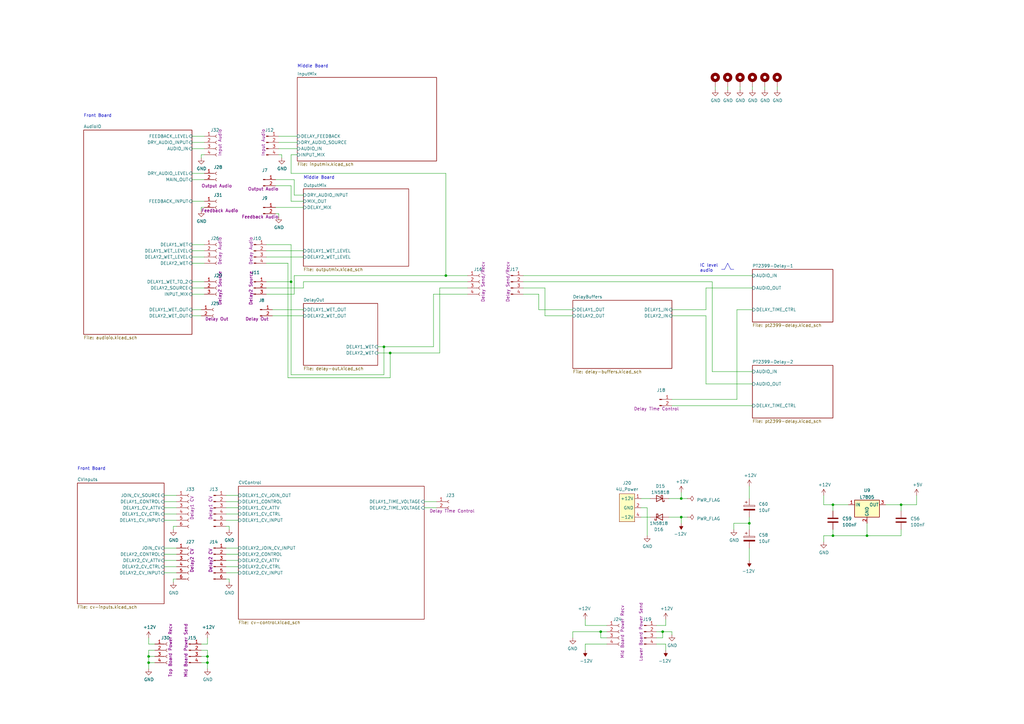
<source format=kicad_sch>
(kicad_sch (version 20230121) (generator eeschema)
  (paper "A3")
  (title_block (title "Dual Digi Delay") (date "2022-03-04") (rev "v05") (comment 2 "creativecommons.org/licenses/by/4.0/") (comment 3 "License: CC BY 4.0") (comment 4 "Author: Guy John"))
  (lib_symbols
    (symbol "4U_Power:4U_Power"
      (property "Reference" "J" (at 0 6.985 0))
      (property "Value" "4U_Power" (at 0 -6.985 0))
      (symbol "4U_Power_0_1"
        (rectangle (start -2.54 5.715) (end 3.81 -5.715) (stroke (width 0.1524)) (fill (type background)))
      )
      (symbol "4U_Power_1_1"
        (pin power_out line (at 6.35 3.81 180) (length 2.54) (name "+12V") (number "1"))
        (pin power_out line (at 6.35 0 180) (length 2.54) (name "GND") (number "2"))
        (pin passive line (at 6.35 0 180) (length 2.54) hide (name "GND") (number "3"))
        (pin power_out line (at 6.35 -3.81 180) (length 2.54) (name "-12V") (number "4"))
      )
    )
    (symbol "Connector:Conn_01x02_Pin" (pin_names (offset 1.016) hide)
      (property "Reference" "J" (at 0 2.54 0))
      (property "Value" "Conn_01x02_Pin" (at 0 -5.08 0))
      (symbol "Conn_01x02_Pin_1_1"
        (polyline (pts (xy 1.27 -2.54) (xy 0.8636 -2.54)) (stroke (width 0.1524)))
        (polyline (pts (xy 1.27 0) (xy 0.8636 0)) (stroke (width 0.1524)))
        (rectangle (start 0.8636 -2.413) (end 0 -2.667) (stroke (width 0.1524)) (fill (type outline)))
        (rectangle (start 0.8636 0.127) (end 0 -0.127) (stroke (width 0.1524)) (fill (type outline)))
        (pin passive line (at 5.08 0 180) (length 3.81) (name "Pin_1") (number "1"))
        (pin passive line (at 5.08 -2.54 180) (length 3.81) (name "Pin_2") (number "2"))
      )
    )
    (symbol "Connector:Conn_01x02_Socket" (pin_names (offset 1.016) hide)
      (property "Reference" "J" (at 0 2.54 0))
      (property "Value" "Conn_01x02_Socket" (at 0 -5.08 0))
      (symbol "Conn_01x02_Socket_1_1"
        (arc (start 0 -2.032) (mid -0.5058 -2.54) (end 0 -3.048) (stroke (width 0.1524)))
        (polyline (pts (xy -1.27 -2.54) (xy -0.508 -2.54)) (stroke (width 0.1524)))
        (polyline (pts (xy -1.27 0) (xy -0.508 0)) (stroke (width 0.1524)))
        (arc (start 0 0.508) (mid -0.5058 0) (end 0 -0.508) (stroke (width 0.1524)))
        (pin passive line (at -5.08 0 0) (length 3.81) (name "Pin_1") (number "1"))
        (pin passive line (at -5.08 -2.54 0) (length 3.81) (name "Pin_2") (number "2"))
      )
    )
    (symbol "Connector:Conn_01x03_Pin" (pin_names (offset 1.016) hide)
      (property "Reference" "J" (at 0 5.08 0))
      (property "Value" "Conn_01x03_Pin" (at 0 -5.08 0))
      (symbol "Conn_01x03_Pin_1_1"
        (polyline (pts (xy 1.27 -2.54) (xy 0.8636 -2.54)) (stroke (width 0.1524)))
        (polyline (pts (xy 1.27 0) (xy 0.8636 0)) (stroke (width 0.1524)))
        (polyline (pts (xy 1.27 2.54) (xy 0.8636 2.54)) (stroke (width 0.1524)))
        (rectangle (start 0.8636 -2.413) (end 0 -2.667) (stroke (width 0.1524)) (fill (type outline)))
        (rectangle (start 0.8636 0.127) (end 0 -0.127) (stroke (width 0.1524)) (fill (type outline)))
        (rectangle (start 0.8636 2.667) (end 0 2.413) (stroke (width 0.1524)) (fill (type outline)))
        (pin passive line (at 5.08 2.54 180) (length 3.81) (name "Pin_1") (number "1"))
        (pin passive line (at 5.08 0 180) (length 3.81) (name "Pin_2") (number "2"))
        (pin passive line (at 5.08 -2.54 180) (length 3.81) (name "Pin_3") (number "3"))
      )
    )
    (symbol "Connector:Conn_01x03_Socket" (pin_names (offset 1.016) hide)
      (property "Reference" "J" (at 0 5.08 0))
      (property "Value" "Conn_01x03_Socket" (at 0 -5.08 0))
      (symbol "Conn_01x03_Socket_1_1"
        (arc (start 0 -2.032) (mid -0.5058 -2.54) (end 0 -3.048) (stroke (width 0.1524)))
        (polyline (pts (xy -1.27 -2.54) (xy -0.508 -2.54)) (stroke (width 0.1524)))
        (polyline (pts (xy -1.27 0) (xy -0.508 0)) (stroke (width 0.1524)))
        (polyline (pts (xy -1.27 2.54) (xy -0.508 2.54)) (stroke (width 0.1524)))
        (arc (start 0 0.508) (mid -0.5058 0) (end 0 -0.508) (stroke (width 0.1524)))
        (arc (start 0 3.048) (mid -0.5058 2.54) (end 0 2.032) (stroke (width 0.1524)))
        (pin passive line (at -5.08 2.54 0) (length 3.81) (name "Pin_1") (number "1"))
        (pin passive line (at -5.08 0 0) (length 3.81) (name "Pin_2") (number "2"))
        (pin passive line (at -5.08 -2.54 0) (length 3.81) (name "Pin_3") (number "3"))
      )
    )
    (symbol "Connector:Conn_01x04_Pin" (pin_names (offset 1.016) hide)
      (property "Reference" "J" (at 0 5.08 0))
      (property "Value" "Conn_01x04_Pin" (at 0 -7.62 0))
      (symbol "Conn_01x04_Pin_1_1"
        (polyline (pts (xy 1.27 -5.08) (xy 0.8636 -5.08)) (stroke (width 0.1524)))
        (polyline (pts (xy 1.27 -2.54) (xy 0.8636 -2.54)) (stroke (width 0.1524)))
        (polyline (pts (xy 1.27 0) (xy 0.8636 0)) (stroke (width 0.1524)))
        (polyline (pts (xy 1.27 2.54) (xy 0.8636 2.54)) (stroke (width 0.1524)))
        (rectangle (start 0.8636 -4.953) (end 0 -5.207) (stroke (width 0.1524)) (fill (type outline)))
        (rectangle (start 0.8636 -2.413) (end 0 -2.667) (stroke (width 0.1524)) (fill (type outline)))
        (rectangle (start 0.8636 0.127) (end 0 -0.127) (stroke (width 0.1524)) (fill (type outline)))
        (rectangle (start 0.8636 2.667) (end 0 2.413) (stroke (width 0.1524)) (fill (type outline)))
        (pin passive line (at 5.08 2.54 180) (length 3.81) (name "Pin_1") (number "1"))
        (pin passive line (at 5.08 0 180) (length 3.81) (name "Pin_2") (number "2"))
        (pin passive line (at 5.08 -2.54 180) (length 3.81) (name "Pin_3") (number "3"))
        (pin passive line (at 5.08 -5.08 180) (length 3.81) (name "Pin_4") (number "4"))
      )
    )
    (symbol "Connector:Conn_01x04_Socket" (pin_names (offset 1.016) hide)
      (property "Reference" "J" (at 0 5.08 0))
      (property "Value" "Conn_01x04_Socket" (at 0 -7.62 0))
      (symbol "Conn_01x04_Socket_1_1"
        (arc (start 0 -4.572) (mid -0.5058 -5.08) (end 0 -5.588) (stroke (width 0.1524)))
        (arc (start 0 -2.032) (mid -0.5058 -2.54) (end 0 -3.048) (stroke (width 0.1524)))
        (polyline (pts (xy -1.27 -5.08) (xy -0.508 -5.08)) (stroke (width 0.1524)))
        (polyline (pts (xy -1.27 -2.54) (xy -0.508 -2.54)) (stroke (width 0.1524)))
        (polyline (pts (xy -1.27 0) (xy -0.508 0)) (stroke (width 0.1524)))
        (polyline (pts (xy -1.27 2.54) (xy -0.508 2.54)) (stroke (width 0.1524)))
        (arc (start 0 0.508) (mid -0.5058 0) (end 0 -0.508) (stroke (width 0.1524)))
        (arc (start 0 3.048) (mid -0.5058 2.54) (end 0 2.032) (stroke (width 0.1524)))
        (pin passive line (at -5.08 2.54 0) (length 3.81) (name "Pin_1") (number "1"))
        (pin passive line (at -5.08 0 0) (length 3.81) (name "Pin_2") (number "2"))
        (pin passive line (at -5.08 -2.54 0) (length 3.81) (name "Pin_3") (number "3"))
        (pin passive line (at -5.08 -5.08 0) (length 3.81) (name "Pin_4") (number "4"))
      )
    )
    (symbol "Connector:Conn_01x06_Pin" (pin_names (offset 1.016) hide)
      (property "Reference" "J" (at 0 7.62 0))
      (property "Value" "Conn_01x06_Pin" (at 0 -10.16 0))
      (symbol "Conn_01x06_Pin_1_1"
        (polyline (pts (xy 1.27 -7.62) (xy 0.8636 -7.62)) (stroke (width 0.1524)))
        (polyline (pts (xy 1.27 -5.08) (xy 0.8636 -5.08)) (stroke (width 0.1524)))
        (polyline (pts (xy 1.27 -2.54) (xy 0.8636 -2.54)) (stroke (width 0.1524)))
        (polyline (pts (xy 1.27 0) (xy 0.8636 0)) (stroke (width 0.1524)))
        (polyline (pts (xy 1.27 2.54) (xy 0.8636 2.54)) (stroke (width 0.1524)))
        (polyline (pts (xy 1.27 5.08) (xy 0.8636 5.08)) (stroke (width 0.1524)))
        (rectangle (start 0.8636 -7.493) (end 0 -7.747) (stroke (width 0.1524)) (fill (type outline)))
        (rectangle (start 0.8636 -4.953) (end 0 -5.207) (stroke (width 0.1524)) (fill (type outline)))
        (rectangle (start 0.8636 -2.413) (end 0 -2.667) (stroke (width 0.1524)) (fill (type outline)))
        (rectangle (start 0.8636 0.127) (end 0 -0.127) (stroke (width 0.1524)) (fill (type outline)))
        (rectangle (start 0.8636 2.667) (end 0 2.413) (stroke (width 0.1524)) (fill (type outline)))
        (rectangle (start 0.8636 5.207) (end 0 4.953) (stroke (width 0.1524)) (fill (type outline)))
        (pin passive line (at 5.08 5.08 180) (length 3.81) (name "Pin_1") (number "1"))
        (pin passive line (at 5.08 2.54 180) (length 3.81) (name "Pin_2") (number "2"))
        (pin passive line (at 5.08 0 180) (length 3.81) (name "Pin_3") (number "3"))
        (pin passive line (at 5.08 -2.54 180) (length 3.81) (name "Pin_4") (number "4"))
        (pin passive line (at 5.08 -5.08 180) (length 3.81) (name "Pin_5") (number "5"))
        (pin passive line (at 5.08 -7.62 180) (length 3.81) (name "Pin_6") (number "6"))
      )
    )
    (symbol "Connector:Conn_01x06_Socket" (pin_names (offset 1.016) hide)
      (property "Reference" "J" (at 0 7.62 0))
      (property "Value" "Conn_01x06_Socket" (at 0 -10.16 0))
      (symbol "Conn_01x06_Socket_1_1"
        (arc (start 0 -7.112) (mid -0.5058 -7.62) (end 0 -8.128) (stroke (width 0.1524)))
        (arc (start 0 -4.572) (mid -0.5058 -5.08) (end 0 -5.588) (stroke (width 0.1524)))
        (arc (start 0 -2.032) (mid -0.5058 -2.54) (end 0 -3.048) (stroke (width 0.1524)))
        (polyline (pts (xy -1.27 -7.62) (xy -0.508 -7.62)) (stroke (width 0.1524)))
        (polyline (pts (xy -1.27 -5.08) (xy -0.508 -5.08)) (stroke (width 0.1524)))
        (polyline (pts (xy -1.27 -2.54) (xy -0.508 -2.54)) (stroke (width 0.1524)))
        (polyline (pts (xy -1.27 0) (xy -0.508 0)) (stroke (width 0.1524)))
        (polyline (pts (xy -1.27 2.54) (xy -0.508 2.54)) (stroke (width 0.1524)))
        (polyline (pts (xy -1.27 5.08) (xy -0.508 5.08)) (stroke (width 0.1524)))
        (arc (start 0 0.508) (mid -0.5058 0) (end 0 -0.508) (stroke (width 0.1524)))
        (arc (start 0 3.048) (mid -0.5058 2.54) (end 0 2.032) (stroke (width 0.1524)))
        (arc (start 0 5.588) (mid -0.5058 5.08) (end 0 4.572) (stroke (width 0.1524)))
        (pin passive line (at -5.08 5.08 0) (length 3.81) (name "Pin_1") (number "1"))
        (pin passive line (at -5.08 2.54 0) (length 3.81) (name "Pin_2") (number "2"))
        (pin passive line (at -5.08 0 0) (length 3.81) (name "Pin_3") (number "3"))
        (pin passive line (at -5.08 -2.54 0) (length 3.81) (name "Pin_4") (number "4"))
        (pin passive line (at -5.08 -5.08 0) (length 3.81) (name "Pin_5") (number "5"))
        (pin passive line (at -5.08 -7.62 0) (length 3.81) (name "Pin_6") (number "6"))
      )
    )
    (symbol "Device:D_Schottky" (pin_numbers hide) (pin_names (offset 1.016) hide)
      (property "Reference" "D" (at 0 2.54 0))
      (property "Value" "D_Schottky" (at 0 -2.54 0))
      (symbol "D_Schottky_0_1"
        (polyline (pts (xy 1.27 0) (xy -1.27 0)))
        (polyline (pts (xy 1.27 1.27) (xy 1.27 -1.27) (xy -1.27 0) (xy 1.27 1.27)) (stroke (width 0.254)))
        (polyline (pts (xy -1.905 0.635) (xy -1.905 1.27) (xy -1.27 1.27) (xy -1.27 -1.27) (xy -0.635 -1.27) (xy -0.635 -0.635)) (stroke (width 0.254)))
      )
      (symbol "D_Schottky_1_1"
        (pin passive line (at -3.81 0 0) (length 2.54) (name "K") (number "1"))
        (pin passive line (at 3.81 0 180) (length 2.54) (name "A") (number "2"))
      )
    )
    (symbol "Mechanical:MountingHole_Pad" (pin_numbers hide) (pin_names (offset 1.016) hide)
      (property "Reference" "H" (at 0 6.35 0))
      (property "Value" "MountingHole_Pad" (at 0 4.445 0))
      (symbol "MountingHole_Pad_0_1"
        (circle (center 0 1.27) (radius 1.27) (stroke (width 1.27)))
      )
      (symbol "MountingHole_Pad_1_1"
        (pin input line (at 0 -2.54 90) (length 2.54) (name "1") (number "1"))
      )
    )
    (symbol "Regulator_Linear:L7805" (pin_names (offset 0.254))
      (property "Reference" "U" (at -3.81 3.175 0))
      (property "Value" "L7805" (at 0 3.175 0))
      (symbol "L7805_0_1"
        (rectangle (start -5.08 1.905) (end 5.08 -5.08) (stroke (width 0.254)) (fill (type background)))
      )
      (symbol "L7805_1_1"
        (pin power_in line (at -7.62 0 0) (length 2.54) (name "IN") (number "1"))
        (pin power_in line (at 0 -7.62 90) (length 2.54) (name "GND") (number "2"))
        (pin power_out line (at 7.62 0 180) (length 2.54) (name "OUT") (number "3"))
      )
    )
    (symbol "Rumblesan Standard Parts:C" (pin_numbers hide) (pin_names (offset 0.254) hide)
      (property "Reference" "C?" (at -6.35 0 90))
      (property "Value" "C" (at -3.81 0 90))
      (symbol "C_0_1"
        (polyline (pts (xy -2.032 -0.762) (xy 2.032 -0.762)) (stroke (width 0.508)))
        (polyline (pts (xy -2.032 0.762) (xy 2.032 0.762)) (stroke (width 0.508)))
      )
      (symbol "C_1_1"
        (pin passive line (at 0 3.81 270) (length 2.794) (name "~") (number "1"))
        (pin passive line (at 0 -3.81 90) (length 2.794) (name "~") (number "2"))
      )
    )
    (symbol "Rumblesan Standard Parts:C_Polarized" (pin_numbers hide) (pin_names (offset 0.254) hide)
      (property "Reference" "C?" (at -6.35 0 90))
      (property "Value" "C_Polarized" (at -3.81 0 90))
      (symbol "C_Polarized_0_1"
        (rectangle (start -2.286 0.508) (end 2.286 1.016))
        (polyline (pts (xy -1.778 2.286) (xy -0.762 2.286)))
        (polyline (pts (xy -1.27 2.794) (xy -1.27 1.778)))
        (rectangle (start 2.286 -0.508) (end -2.286 -1.016) (fill (type outline)))
      )
      (symbol "C_Polarized_1_1"
        (pin passive line (at 0 3.81 270) (length 2.794) (name "~") (number "1"))
        (pin passive line (at 0 -3.81 90) (length 2.794) (name "~") (number "2"))
      )
    )
    (symbol "power:+12V" (power) (pin_names (offset 0))
      (property "Value" "+12V" (at 0 3.556 0))
      (symbol "+12V_0_1"
        (polyline (pts (xy -0.762 1.27) (xy 0 2.54)))
        (polyline (pts (xy 0 0) (xy 0 2.54)))
        (polyline (pts (xy 0 2.54) (xy 0.762 1.27)))
      )
      (symbol "+12V_1_1"
        (pin power_in line (at 0 0 90) (length 0) hide (name "+12V") (number "1"))
      )
    )
    (symbol "power:+5V" (power) (pin_names (offset 0))
      (property "Value" "+5V" (at 0 3.556 0))
      (symbol "+5V_0_1"
        (polyline (pts (xy -0.762 1.27) (xy 0 2.54)))
        (polyline (pts (xy 0 0) (xy 0 2.54)))
        (polyline (pts (xy 0 2.54) (xy 0.762 1.27)))
      )
      (symbol "+5V_1_1"
        (pin power_in line (at 0 0 90) (length 0) hide (name "+5V") (number "1"))
      )
    )
    (symbol "power:-12V" (power) (pin_names (offset 0))
      (property "Value" "-12V" (at 0 3.81 0))
      (symbol "-12V_0_0"
        (pin power_in line (at 0 0 90) (length 0) hide (name "-12V") (number "1"))
      )
      (symbol "-12V_0_1"
        (polyline (pts (xy 0 0) (xy 0 1.27) (xy 0.762 1.27) (xy 0 2.54) (xy -0.762 1.27) (xy 0 1.27)) (fill (type outline)))
      )
    )
    (symbol "power:GND" (power) (pin_names (offset 0))
      (property "Value" "GND" (at 0 -3.81 0))
      (symbol "GND_0_1"
        (polyline (pts (xy 0 0) (xy 0 -1.27) (xy 1.27 -1.27) (xy 0 -2.54) (xy -1.27 -1.27) (xy 0 -1.27)))
      )
      (symbol "GND_1_1"
        (pin power_in line (at 0 0 270) (length 0) hide (name "GND") (number "1"))
      )
    )
    (symbol "power:PWR_FLAG" (power) (pin_numbers hide) (pin_names (offset 0) hide)
      (property "Value" "PWR_FLAG" (at 0 3.81 0))
      (symbol "PWR_FLAG_0_0"
        (pin power_out line (at 0 0 90) (length 0) (name "pwr") (number "1"))
      )
      (symbol "PWR_FLAG_0_1"
        (polyline (pts (xy 0 0) (xy 0 1.27) (xy -1.016 1.905) (xy 0 2.54) (xy 1.016 1.905) (xy 0 1.27)))
      )
    )
  )
  (junction (at 160.02 144.78))
  (junction (at 355.6 219.71))
  (junction (at 341.63 219.71))
  (junction (at 369.57 207.01))
  (junction (at 182.88 113.03))
  (junction (at 279.4 204.47))
  (junction (at 85.09 271.78))
  (junction (at 60.96 271.78))
  (junction (at 157.48 142.24))
  (junction (at 85.09 269.24))
  (junction (at 341.63 207.01))
  (junction (at 279.4 212.09))
  (junction (at 271.78 259.08))
  (junction (at 307.34 214.63))
  (junction (at 119.38 115.57))
  (junction (at 246.38 259.08))
  (junction (at 60.96 269.24))
  (wire (pts (xy 271.78 259.08) (xy 275.59 259.08)))
  (wire (pts (xy 341.63 207.01) (xy 337.82 207.01)))
  (wire (pts (xy 124.46 127) (xy 111.76 127)))
  (wire (pts (xy 85.09 264.16) (xy 85.09 261.62)))
  (wire (pts (xy 83.82 115.57) (xy 78.74 115.57)))
  (wire (pts (xy 341.63 207.01) (xy 341.63 209.55)))
  (wire (pts (xy 119.38 71.12) (xy 182.88 71.12)))
  (wire (pts (xy 121.92 63.5) (xy 119.38 63.5)))
  (wire (pts (xy 72.39 213.36) (xy 67.31 213.36)))
  (wire (pts (xy 115.57 63.5) (xy 115.57 64.77)))
  (wire (pts (xy 273.05 264.16) (xy 273.05 266.7)))
  (wire (pts (xy 82.55 264.16) (xy 85.09 264.16)))
  (wire (pts (xy 289.56 157.48) (xy 308.61 157.48)))
  (wire (pts (xy 115.57 63.5) (xy 114.3 63.5)))
  (wire (pts (xy 177.8 120.65) (xy 177.8 142.24)))
  (wire (pts (xy 214.63 115.57) (xy 292.1 115.57)))
  (wire (pts (xy 109.22 115.57) (xy 119.38 115.57)))
  (wire (pts (xy 292.1 152.4) (xy 308.61 152.4)))
  (polyline (pts (xy 299.72 110.49) (xy 300.99 110.49)))
  (wire (pts (xy 337.82 219.71) (xy 341.63 219.71)))
  (wire (pts (xy 67.31 205.74) (xy 72.39 205.74)))
  (wire (pts (xy 71.12 215.9) (xy 72.39 215.9)))
  (polyline (pts (xy 297.18 110.49) (xy 298.45 107.95)))
  (wire (pts (xy 109.22 100.33) (xy 119.38 100.33)))
  (wire (pts (xy 240.03 256.54) (xy 240.03 254)))
  (wire (pts (xy 72.39 234.95) (xy 67.31 234.95)))
  (wire (pts (xy 313.69 36.83) (xy 313.69 35.56)))
  (wire (pts (xy 337.82 203.2) (xy 337.82 207.01)))
  (wire (pts (xy 182.88 113.03) (xy 191.77 113.03)))
  (wire (pts (xy 124.46 115.57) (xy 191.77 115.57)))
  (wire (pts (xy 113.03 76.2) (xy 119.38 76.2)))
  (wire (pts (xy 92.71 210.82) (xy 97.79 210.82)))
  (wire (pts (xy 83.82 58.42) (xy 78.74 58.42)))
  (wire (pts (xy 223.52 129.54) (xy 234.95 129.54)))
  (wire (pts (xy 214.63 118.11) (xy 223.52 118.11)))
  (wire (pts (xy 60.96 264.16) (xy 60.96 261.62)))
  (polyline (pts (xy 295.91 110.49) (xy 297.18 110.49)))
  (wire (pts (xy 279.4 212.09) (xy 281.94 212.09)))
  (wire (pts (xy 375.92 203.2) (xy 375.92 207.01)))
  (wire (pts (xy 114.3 55.88) (xy 121.92 55.88)))
  (wire (pts (xy 307.34 214.63) (xy 307.34 217.17)))
  (wire (pts (xy 279.4 204.47) (xy 279.4 201.93)))
  (wire (pts (xy 63.5 269.24) (xy 60.96 269.24)))
  (wire (pts (xy 60.96 266.7) (xy 60.96 269.24)))
  (wire (pts (xy 60.96 269.24) (xy 60.96 271.78)))
  (wire (pts (xy 119.38 100.33) (xy 119.38 115.57)))
  (wire (pts (xy 302.26 127) (xy 302.26 163.83)))
  (wire (pts (xy 92.71 232.41) (xy 97.79 232.41)))
  (wire (pts (xy 246.38 261.62) (xy 246.38 259.08)))
  (wire (pts (xy 118.11 107.95) (xy 118.11 154.94)))
  (wire (pts (xy 78.74 71.12) (xy 83.82 71.12)))
  (wire (pts (xy 92.71 234.95) (xy 97.79 234.95)))
  (wire (pts (xy 119.38 76.2) (xy 119.38 82.55)))
  (wire (pts (xy 318.77 36.83) (xy 318.77 35.56)))
  (wire (pts (xy 67.31 203.2) (xy 72.39 203.2)))
  (wire (pts (xy 289.56 127) (xy 275.59 127)))
  (wire (pts (xy 114.3 60.96) (xy 121.92 60.96)))
  (wire (pts (xy 182.88 71.12) (xy 182.88 113.03)))
  (wire (pts (xy 248.92 261.62) (xy 246.38 261.62)))
  (wire (pts (xy 92.71 203.2) (xy 97.79 203.2)))
  (wire (pts (xy 223.52 118.11) (xy 223.52 129.54)))
  (wire (pts (xy 289.56 129.54) (xy 275.59 129.54)))
  (wire (pts (xy 262.89 212.09) (xy 266.7 212.09)))
  (wire (pts (xy 234.95 259.08) (xy 234.95 261.62)))
  (wire (pts (xy 302.26 163.83) (xy 275.59 163.83)))
  (wire (pts (xy 341.63 219.71) (xy 341.63 217.17)))
  (wire (pts (xy 67.31 232.41) (xy 72.39 232.41)))
  (wire (pts (xy 273.05 256.54) (xy 273.05 254)))
  (wire (pts (xy 246.38 259.08) (xy 248.92 259.08)))
  (wire (pts (xy 347.98 207.01) (xy 341.63 207.01)))
  (wire (pts (xy 109.22 107.95) (xy 118.11 107.95)))
  (wire (pts (xy 92.71 227.33) (xy 97.79 227.33)))
  (wire (pts (xy 293.37 36.83) (xy 293.37 35.56)))
  (wire (pts (xy 78.74 102.87) (xy 83.82 102.87)))
  (wire (pts (xy 234.95 259.08) (xy 246.38 259.08)))
  (wire (pts (xy 248.92 256.54) (xy 240.03 256.54)))
  (polyline (pts (xy 298.45 107.95) (xy 299.72 110.49)))
  (wire (pts (xy 92.71 213.36) (xy 97.79 213.36)))
  (wire (pts (xy 220.98 127) (xy 234.95 127)))
  (wire (pts (xy 83.82 73.66) (xy 78.74 73.66)))
  (wire (pts (xy 355.6 219.71) (xy 369.57 219.71)))
  (wire (pts (xy 300.99 214.63) (xy 307.34 214.63)))
  (wire (pts (xy 72.39 237.49) (xy 71.12 237.49)))
  (wire (pts (xy 60.96 271.78) (xy 60.96 274.32)))
  (wire (pts (xy 83.82 118.11) (xy 78.74 118.11)))
  (wire (pts (xy 92.71 215.9) (xy 93.98 215.9)))
  (wire (pts (xy 63.5 266.7) (xy 60.96 266.7)))
  (wire (pts (xy 308.61 118.11) (xy 289.56 118.11)))
  (wire (pts (xy 160.02 144.78) (xy 180.34 144.78)))
  (wire (pts (xy 279.4 204.47) (xy 281.94 204.47)))
  (wire (pts (xy 355.6 214.63) (xy 355.6 219.71)))
  (wire (pts (xy 269.24 256.54) (xy 273.05 256.54)))
  (wire (pts (xy 78.74 127) (xy 82.55 127)))
  (wire (pts (xy 274.32 212.09) (xy 279.4 212.09)))
  (wire (pts (xy 71.12 237.49) (xy 71.12 238.76)))
  (wire (pts (xy 67.31 224.79) (xy 72.39 224.79)))
  (wire (pts (xy 369.57 209.55) (xy 369.57 207.01)))
  (wire (pts (xy 179.07 208.28) (xy 173.99 208.28)))
  (wire (pts (xy 113.03 85.09) (xy 124.46 85.09)))
  (wire (pts (xy 113.03 73.66) (xy 120.65 73.66)))
  (wire (pts (xy 369.57 217.17) (xy 369.57 219.71)))
  (wire (pts (xy 71.12 215.9) (xy 71.12 217.17)))
  (wire (pts (xy 269.24 259.08) (xy 271.78 259.08)))
  (wire (pts (xy 124.46 115.57) (xy 124.46 118.11)))
  (wire (pts (xy 154.94 142.24) (xy 157.48 142.24)))
  (wire (pts (xy 289.56 129.54) (xy 289.56 157.48)))
  (wire (pts (xy 307.34 224.79) (xy 307.34 229.87)))
  (wire (pts (xy 308.61 36.83) (xy 308.61 35.56)))
  (wire (pts (xy 269.24 264.16) (xy 273.05 264.16)))
  (wire (pts (xy 82.55 85.09) (xy 83.82 85.09)))
  (wire (pts (xy 114.3 87.63) (xy 114.3 88.9)))
  (wire (pts (xy 265.43 208.28) (xy 265.43 219.71)))
  (wire (pts (xy 177.8 120.65) (xy 191.77 120.65)))
  (wire (pts (xy 298.45 36.83) (xy 298.45 35.56)))
  (wire (pts (xy 289.56 118.11) (xy 289.56 127)))
  (wire (pts (xy 120.65 73.66) (xy 120.65 80.01)))
  (wire (pts (xy 363.22 207.01) (xy 369.57 207.01)))
  (wire (pts (xy 180.34 118.11) (xy 180.34 144.78)))
  (wire (pts (xy 109.22 102.87) (xy 124.46 102.87)))
  (wire (pts (xy 83.82 60.96) (xy 78.74 60.96)))
  (wire (pts (xy 275.59 259.08) (xy 275.59 260.35)))
  (wire (pts (xy 269.24 261.62) (xy 271.78 261.62)))
  (wire (pts (xy 157.48 142.24) (xy 177.8 142.24)))
  (wire (pts (xy 78.74 129.54) (xy 82.55 129.54)))
  (wire (pts (xy 92.71 229.87) (xy 97.79 229.87)))
  (wire (pts (xy 274.32 204.47) (xy 279.4 204.47)))
  (wire (pts (xy 67.31 227.33) (xy 72.39 227.33)))
  (wire (pts (xy 85.09 271.78) (xy 85.09 274.32)))
  (wire (pts (xy 279.4 212.09) (xy 279.4 214.63)))
  (wire (pts (xy 214.63 113.03) (xy 308.61 113.03)))
  (wire (pts (xy 307.34 212.09) (xy 307.34 214.63)))
  (wire (pts (xy 120.65 120.65) (xy 109.22 120.65)))
  (wire (pts (xy 93.98 215.9) (xy 93.98 217.17)))
  (wire (pts (xy 303.53 36.83) (xy 303.53 35.56)))
  (wire (pts (xy 369.57 207.01) (xy 375.92 207.01)))
  (wire (pts (xy 63.5 264.16) (xy 60.96 264.16)))
  (wire (pts (xy 300.99 214.63) (xy 300.99 217.17)))
  (wire (pts (xy 154.94 144.78) (xy 160.02 144.78)))
  (wire (pts (xy 220.98 120.65) (xy 220.98 127)))
  (wire (pts (xy 67.31 208.28) (xy 72.39 208.28)))
  (wire (pts (xy 82.55 269.24) (xy 85.09 269.24)))
  (wire (pts (xy 82.55 63.5) (xy 83.82 63.5)))
  (wire (pts (xy 180.34 118.11) (xy 191.77 118.11)))
  (wire (pts (xy 92.71 205.74) (xy 97.79 205.74)))
  (wire (pts (xy 275.59 166.37) (xy 308.61 166.37)))
  (wire (pts (xy 109.22 118.11) (xy 124.46 118.11)))
  (wire (pts (xy 240.03 264.16) (xy 240.03 266.7)))
  (wire (pts (xy 120.65 80.01) (xy 124.46 80.01)))
  (wire (pts (xy 67.31 229.87) (xy 72.39 229.87)))
  (wire (pts (xy 78.74 105.41) (xy 83.82 105.41)))
  (wire (pts (xy 160.02 144.78) (xy 160.02 154.94)))
  (wire (pts (xy 83.82 82.55) (xy 78.74 82.55)))
  (wire (pts (xy 302.26 127) (xy 308.61 127)))
  (wire (pts (xy 119.38 82.55) (xy 124.46 82.55)))
  (wire (pts (xy 240.03 264.16) (xy 248.92 264.16)))
  (wire (pts (xy 214.63 120.65) (xy 220.98 120.65)))
  (wire (pts (xy 118.11 154.94) (xy 160.02 154.94)))
  (wire (pts (xy 78.74 100.33) (xy 83.82 100.33)))
  (wire (pts (xy 341.63 219.71) (xy 355.6 219.71)))
  (wire (pts (xy 119.38 153.67) (xy 157.48 153.67)))
  (wire (pts (xy 85.09 269.24) (xy 85.09 271.78)))
  (wire (pts (xy 114.3 87.63) (xy 113.03 87.63)))
  (wire (pts (xy 67.31 210.82) (xy 72.39 210.82)))
  (wire (pts (xy 83.82 120.65) (xy 78.74 120.65)))
  (wire (pts (xy 63.5 271.78) (xy 60.96 271.78)))
  (wire (pts (xy 119.38 63.5) (xy 119.38 71.12)))
  (wire (pts (xy 82.55 85.09) (xy 82.55 86.36)))
  (wire (pts (xy 109.22 105.41) (xy 124.46 105.41)))
  (wire (pts (xy 93.98 237.49) (xy 93.98 238.76)))
  (wire (pts (xy 82.55 63.5) (xy 82.55 64.77)))
  (wire (pts (xy 92.71 237.49) (xy 93.98 237.49)))
  (wire (pts (xy 262.89 208.28) (xy 265.43 208.28)))
  (wire (pts (xy 292.1 115.57) (xy 292.1 152.4)))
  (wire (pts (xy 78.74 55.88) (xy 83.82 55.88)))
  (wire (pts (xy 78.74 107.95) (xy 83.82 107.95)))
  (wire (pts (xy 157.48 153.67) (xy 157.48 142.24)))
  (wire (pts (xy 337.82 219.71) (xy 337.82 222.25)))
  (wire (pts (xy 119.38 115.57) (xy 119.38 153.67)))
  (wire (pts (xy 262.89 204.47) (xy 266.7 204.47)))
  (wire (pts (xy 114.3 58.42) (xy 121.92 58.42)))
  (wire (pts (xy 307.34 199.39) (xy 307.34 204.47)))
  (wire (pts (xy 271.78 261.62) (xy 271.78 259.08)))
  (wire (pts (xy 179.07 205.74) (xy 173.99 205.74)))
  (wire (pts (xy 82.55 271.78) (xy 85.09 271.78)))
  (wire (pts (xy 85.09 266.7) (xy 85.09 269.24)))
  (wire (pts (xy 111.76 129.54) (xy 124.46 129.54)))
  (wire (pts (xy 92.71 224.79) (xy 97.79 224.79)))
  (wire (pts (xy 92.71 208.28) (xy 97.79 208.28)))
  (wire (pts (xy 82.55 266.7) (xy 85.09 266.7)))
  (wire (pts (xy 120.65 113.03) (xy 120.65 120.65)))
  (wire (pts (xy 120.65 113.03) (xy 182.88 113.03)))
  (text "IC level\naudio" (at 287.02 111.76 0) (effects (font (size 1.27 1.27)) (justify left bottom)))
  (text "Middle Board" (at 121.92 27.94 0) (effects (font (size 1.27 1.27)) (justify left bottom)))
  (text "Front Board" (at 34.29 48.26 0) (effects (font (size 1.27 1.27)) (justify left bottom)))
  (text "Front Board" (at 31.75 193.04 0) (effects (font (size 1.27 1.27)) (justify left bottom)))
  (text "Middle Board" (at 124.46 73.66 0) (effects (font (size 1.27 1.27)) (justify left bottom)))
  (symbol (lib_id "Mechanical:MountingHole_Pad") (at 293.37 33.02 0) (unit 1)
    (property "Reference" "H1" (effects hide))
    (property "Value" "MountingHole_Pad" (effects hide))
    (property "Footprint" "MountingHole:MountingHole_3.2mm_M3_Pad" (effects hide))
  )
  (symbol (lib_id "power:+12V") (at 273.05 254 0) (unit 1)
    (property "Reference" "#PWR0103" (effects hide))
    (property "Value" "+12V" (at 273.431 249.6058 0))
  )
  (symbol (lib_id "power:-12V") (at 273.05 266.7 180) (unit 1)
    (property "Reference" "#PWR0104" (effects hide))
    (property "Value" "-12V" (at 272.669 271.0942 0))
  )
  (symbol (lib_id "power:+12V") (at 85.09 261.62 0) (unit 1)
    (property "Reference" "#PWR0119" (effects hide))
    (property "Value" "+12V" (at 85.471 257.2258 0))
  )
  (symbol (lib_id "power:GND") (at 85.09 274.32 0) (unit 1)
    (property "Reference" "#PWR0120" (effects hide))
    (property "Value" "GND" (at 85.217 278.7142 0))
  )
  (symbol (lib_id "power:+12V") (at 60.96 261.62 0) (unit 1)
    (property "Reference" "#PWR0121" (effects hide))
    (property "Value" "+12V" (at 61.341 257.2258 0))
  )
  (symbol (lib_id "power:GND") (at 60.96 274.32 0) (unit 1)
    (property "Reference" "#PWR0122" (effects hide))
    (property "Value" "GND" (at 61.087 278.7142 0))
  )
  (symbol (lib_id "power:GND") (at 82.55 86.36 0) (unit 1)
    (property "Reference" "#PWR0126" (effects hide))
    (property "Value" "GND" (at 82.677 90.7542 0))
  )
  (symbol (lib_id "power:GND") (at 82.55 64.77 0) (unit 1)
    (property "Reference" "#PWR0127" (effects hide))
    (property "Value" "GND" (at 82.677 69.1642 0))
  )
  (symbol (lib_id "power:GND") (at 114.3 88.9 0) (unit 1)
    (property "Reference" "#PWR0128" (effects hide))
    (property "Value" "GND" (at 114.427 93.2942 0))
  )
  (symbol (lib_id "power:GND") (at 115.57 64.77 0) (unit 1)
    (property "Reference" "#PWR0129" (effects hide))
    (property "Value" "GND" (at 115.697 69.1642 0))
  )
  (symbol (lib_id "power:-12V") (at 240.03 266.7 0) (mirror x) (unit 1)
    (property "Reference" "#PWR014" (effects hide))
    (property "Value" "-12V" (at 240.411 271.0942 0))
  )
  (symbol (lib_id "power:+12V") (at 240.03 254 0) (mirror y) (unit 1)
    (property "Reference" "#PWR013" (effects hide))
    (property "Value" "+12V" (at 239.649 249.6058 0))
  )
  (symbol (lib_id "power:GND") (at 234.95 261.62 0) (mirror y) (unit 1)
    (property "Reference" "#PWR012" (effects hide))
    (property "Value" "GND" (at 234.823 266.0142 0))
  )
  (symbol (lib_id "power:GND") (at 93.98 238.76 0) (unit 1)
    (property "Reference" "#PWR0130" (effects hide))
    (property "Value" "GND" (at 94.107 243.1542 0))
  )
  (symbol (lib_id "power:GND") (at 71.12 238.76 0) (unit 1)
    (property "Reference" "#PWR0131" (effects hide))
    (property "Value" "GND" (at 71.247 243.1542 0))
  )
  (symbol (lib_id "power:GND") (at 93.98 217.17 0) (unit 1)
    (property "Reference" "#PWR0132" (effects hide))
    (property "Value" "GND" (at 94.107 221.5642 0))
  )
  (symbol (lib_id "power:GND") (at 71.12 217.17 0) (unit 1)
    (property "Reference" "#PWR0133" (effects hide))
    (property "Value" "GND" (at 71.247 221.5642 0))
  )
  (symbol (lib_id "power:GND") (at 275.59 260.35 0) (unit 1)
    (property "Reference" "#PWR07" (effects hide))
    (property "Value" "GND" (at 275.717 264.7442 0))
  )
  (symbol (lib_id "power:GND") (at 293.37 36.83 0) (unit 1)
    (property "Reference" "#PWR011" (effects hide))
    (property "Value" "GND" (at 293.497 41.2242 0))
  )
  (symbol (lib_id "Mechanical:MountingHole_Pad") (at 308.61 33.02 0) (unit 1)
    (property "Reference" "H10" (effects hide))
    (property "Value" "MountingHole_Pad" (effects hide))
    (property "Footprint" "MountingHole:MountingHole_3.2mm_M3_Pad" (effects hide))
  )
  (symbol (lib_id "Connector:Conn_01x04_Pin") (at 264.16 259.08 0) (unit 1)
    (property "Reference" "J19" (at 265.43 254 0))
    (property "Value" "Conn_01x04_Pin" (effects hide))
    (property "Footprint" "Connector_PinHeader_2.54mm:PinHeader_1x04_P2.54mm_Vertical" (effects hide))
    (property "Note" "Lower Board Power Send" (at 262.89 259.08 90))
  )
  (symbol (lib_id "power:PWR_FLAG") (at 281.94 204.47 270) (unit 1)
    (property "Reference" "#FLG01" (effects hide))
    (property "Value" "PWR_FLAG" (at 285.75 205.105 90) (effects (justify left)))
  )
  (symbol (lib_id "Device:D_Schottky") (at 270.51 204.47 180) (unit 1)
    (property "Reference" "D15" (at 270.8275 199.39 0))
    (property "Value" "1N5818" (at 270.8275 201.93 0))
    (property "Footprint" "Rumblesan_Standard_Parts:D_DO-41_SOD81_P10.16mm_Horizontal" (effects hide))
  )
  (symbol (lib_id "Connector:Conn_01x04_Pin") (at 109.22 58.42 0) (unit 1)
    (property "Reference" "J12" (at 110.49 53.34 0))
    (property "Value" "Conn_01x04_Pin" (effects hide))
    (property "Footprint" "Connector_PinHeader_2.54mm:PinHeader_1x04_P2.54mm_Vertical" (effects hide))
    (property "Note" "Input Audio" (at 107.95 58.42 90))
  )
  (symbol (lib_id "power:GND") (at 265.43 219.71 0) (unit 1)
    (property "Reference" "#PWR09" (effects hide))
    (property "Value" "GND" (at 265.557 224.1042 0))
  )
  (symbol (lib_id "Rumblesan Standard Parts:C_Polarized") (at 307.34 220.98 0) (unit 1)
    (property "Reference" "C58" (at 311.15 219.456 0) (effects (justify left)))
    (property "Value" "10uF" (at 311.15 221.996 0) (effects (justify left)))
    (property "Footprint" "Rumblesan_Standard_Parts:CP_Radial_D6.3mm_P2.50mm" (effects hide))
    (property "Spec" "electrolytic" (effects hide))
    (property "Tolerance" "20%" (effects hide))
    (property "Voltage" "50v" (effects hide))
  )
  (symbol (lib_id "power:+5V") (at 375.92 203.2 0) (unit 1)
    (property "Reference" "#PWR010" (effects hide))
    (property "Value" "+5V" (at 376.301 198.8058 0))
  )
  (symbol (lib_id "power:GND") (at 308.61 36.83 0) (unit 1)
    (property "Reference" "#PWR017" (effects hide))
    (property "Value" "GND" (at 308.737 41.2242 0))
  )
  (symbol (lib_id "Connector:Conn_01x04_Pin") (at 104.14 102.87 0) (unit 1)
    (property "Reference" "J10" (at 105.41 97.79 0))
    (property "Value" "Conn_01x04_Pin" (effects hide))
    (property "Footprint" "Connector_PinHeader_2.54mm:PinHeader_1x04_P2.54mm_Vertical" (effects hide))
    (property "Note" "Delay Audio" (at 102.87 102.87 90))
  )
  (symbol (lib_id "power:GND") (at 337.82 222.25 0) (unit 1)
    (property "Reference" "#PWR05" (effects hide))
    (property "Value" "GND" (at 337.947 226.6442 0))
  )
  (symbol (lib_id "power:-12V") (at 279.4 214.63 180) (unit 1)
    (property "Reference" "#PWR08" (effects hide))
    (property "Value" "-12V" (at 279.019 219.0242 0))
  )
  (symbol (lib_id "Connector:Conn_01x04_Pin") (at 209.55 115.57 0) (unit 1)
    (property "Reference" "J17" (at 210.82 110.49 0))
    (property "Value" "Conn_01x04_Pin" (effects hide))
    (property "Footprint" "Connector_PinHeader_2.54mm:PinHeader_1x04_P2.54mm_Vertical" (effects hide))
    (property "Note" "Delay Send/Recv" (at 208.28 115.57 90))
  )
  (symbol (lib_id "Connector:Conn_01x02_Socket") (at 88.9 82.55 0) (unit 1)
    (property "Reference" "J31" (at 87.63 80.01 0) (effects (justify left)))
    (property "Value" "Conn_01x02_Socket" (effects hide))
    (property "Footprint" "Connector_PinSocket_2.54mm:PinSocket_1x02_P2.54mm_Vertical" (effects hide))
    (property "Note" "Feedback Audio" (at 90.17 86.36 0))
  )
  (symbol (lib_id "power:PWR_FLAG") (at 281.94 212.09 270) (unit 1)
    (property "Reference" "#FLG02" (effects hide))
    (property "Value" "PWR_FLAG" (at 285.75 212.725 90) (effects (justify left)))
  )
  (symbol (lib_id "Connector:Conn_01x06_Socket") (at 77.47 229.87 0) (unit 1)
    (property "Reference" "J27" (at 76.2 222.25 0) (effects (justify left)))
    (property "Value" "Conn_01x06_Socket" (effects hide))
    (property "Footprint" "Connector_PinSocket_2.54mm:PinSocket_1x06_P2.54mm_Vertical" (effects hide))
    (property "Note" "Delay2 CV" (at 78.74 229.87 90))
  )
  (symbol (lib_id "Regulator_Linear:L7805") (at 355.6 207.01 0) (unit 1)
    (property "Reference" "U9" (at 355.6 201.1385 0))
    (property "Value" "L7805" (at 355.6 203.9136 0))
    (property "Footprint" "Package_TO_SOT_THT:TO-220-3_Horizontal_TabDown" (effects hide))
    (property "Datasheet" "http://www.st.com/content/ccc/resource/technical/document/datasheet/41/4f/b3/b0/12/d4/47/88/CD00000444.pdf/files/CD00000444.pdf/jcr:content/translations/en.CD00000444.pdf" (effects hide))
  )
  (symbol (lib_id "Connector:Conn_01x06_Socket") (at 77.47 208.28 0) (unit 1)
    (property "Reference" "J33" (at 76.2 200.66 0) (effects (justify left)))
    (property "Value" "Conn_01x06_Socket" (effects hide))
    (property "Footprint" "Connector_PinSocket_2.54mm:PinSocket_1x06_P2.54mm_Vertical" (effects hide))
    (property "Note" "Delay1 CV" (at 78.74 208.28 90))
  )
  (symbol (lib_id "power:GND") (at 300.99 217.17 0) (unit 1)
    (property "Reference" "#PWR01" (effects hide))
    (property "Value" "GND" (at 301.117 221.5642 0))
  )
  (symbol (lib_id "Connector:Conn_01x04_Socket") (at 68.58 266.7 0) (unit 1)
    (property "Reference" "J30" (at 66.04 261.62 0) (effects (justify left)))
    (property "Value" "Conn_01x04_Socket" (effects hide))
    (property "Footprint" "Connector_PinSocket_2.54mm:PinSocket_1x04_P2.54mm_Vertical" (effects hide))
    (property "Note" "Top Board Power Recv" (at 69.85 266.7 90))
  )
  (symbol (lib_id "Connector:Conn_01x03_Pin") (at 104.14 118.11 0) (unit 1)
    (property "Reference" "J11" (at 104.775 111.76 0))
    (property "Value" "Conn_01x03_Pin" (effects hide))
    (property "Footprint" "Connector_PinHeader_2.54mm:PinHeader_1x03_P2.54mm_Vertical" (effects hide))
    (property "Note" "Delay2 Source" (at 102.87 118.11 90))
  )
  (symbol (lib_id "Connector:Conn_01x02_Pin") (at 107.95 73.66 0) (unit 1)
    (property "Reference" "J7" (at 108.585 69.85 0))
    (property "Value" "Conn_01x02_Pin" (effects hide))
    (property "Footprint" "Connector_PinHeader_2.54mm:PinHeader_1x02_P2.54mm_Vertical" (effects hide))
    (property "Note" "Output Audio" (at 107.95 77.47 0))
  )
  (symbol (lib_id "Mechanical:MountingHole_Pad") (at 313.69 33.02 0) (unit 1)
    (property "Reference" "H17" (effects hide))
    (property "Value" "MountingHole_Pad" (effects hide))
    (property "Footprint" "MountingHole:MountingHole_3.2mm_M3_Pad" (effects hide))
  )
  (symbol (lib_id "Mechanical:MountingHole_Pad") (at 298.45 33.02 0) (unit 1)
    (property "Reference" "H2" (effects hide))
    (property "Value" "MountingHole_Pad" (effects hide))
    (property "Footprint" "MountingHole:MountingHole_3.2mm_M3_Pad" (effects hide))
  )
  (symbol (lib_id "power:+12V") (at 337.82 203.2 0) (unit 1)
    (property "Reference" "#PWR04" (effects hide))
    (property "Value" "+12V" (at 338.201 198.8058 0))
  )
  (symbol (lib_id "power:GND") (at 303.53 36.83 0) (unit 1)
    (property "Reference" "#PWR016" (effects hide))
    (property "Value" "GND" (at 303.657 41.2242 0))
  )
  (symbol (lib_id "Connector:Conn_01x03_Socket") (at 88.9 118.11 0) (unit 1)
    (property "Reference" "J29" (at 87.63 113.03 0) (effects (justify left)))
    (property "Value" "Conn_01x03_Socket" (effects hide))
    (property "Footprint" "Connector_PinSocket_2.54mm:PinSocket_1x03_P2.54mm_Vertical" (effects hide))
    (property "Note" "Delay2 Source" (at 90.17 118.11 90))
  )
  (symbol (lib_id "power:GND") (at 298.45 36.83 0) (unit 1)
    (property "Reference" "#PWR015" (effects hide))
    (property "Value" "GND" (at 298.577 41.2242 0))
  )
  (symbol (lib_id "Connector:Conn_01x04_Socket") (at 254 259.08 0) (unit 1)
    (property "Reference" "J24" (at 251.46 254 0) (effects (justify left)))
    (property "Value" "Conn_01x04_Socket" (effects hide))
    (property "Footprint" "Connector_PinSocket_2.54mm:PinSocket_1x04_P2.54mm_Vertical" (effects hide))
    (property "Note" "Mid Board Power Recv" (at 255.27 259.08 90))
  )
  (symbol (lib_id "Connector:Conn_01x04_Socket") (at 196.85 115.57 0) (unit 1)
    (property "Reference" "J16" (at 194.31 110.49 0) (effects (justify left)))
    (property "Value" "Conn_01x04_Socket" (effects hide))
    (property "Footprint" "Connector_PinSocket_2.54mm:PinSocket_1x04_P2.54mm_Vertical" (effects hide))
    (property "Note" "Delay Send/Recv" (at 198.12 115.57 90))
  )
  (symbol (lib_id "Connector:Conn_01x04_Socket") (at 88.9 58.42 0) (unit 1)
    (property "Reference" "J32" (at 86.36 53.34 0) (effects (justify left)))
    (property "Value" "Conn_01x04_Socket" (effects hide))
    (property "Footprint" "Connector_PinSocket_2.54mm:PinSocket_1x04_P2.54mm_Vertical" (effects hide))
    (property "Note" "Input Audio" (at 90.17 58.42 90))
  )
  (symbol (lib_id "Rumblesan Standard Parts:C_Polarized") (at 307.34 208.28 0) (unit 1)
    (property "Reference" "C60" (at 311.15 206.756 0) (effects (justify left)))
    (property "Value" "10uF" (at 311.15 209.296 0) (effects (justify left)))
    (property "Footprint" "Rumblesan_Standard_Parts:CP_Radial_D6.3mm_P2.50mm" (effects hide))
    (property "Spec" "electrolytic" (effects hide))
    (property "Tolerance" "20%" (effects hide))
    (property "Voltage" "50v" (effects hide))
  )
  (symbol (lib_id "Connector:Conn_01x02_Pin") (at 107.95 85.09 0) (unit 1)
    (property "Reference" "J9" (at 108.585 81.28 0))
    (property "Value" "Conn_01x02_Pin" (effects hide))
    (property "Footprint" "Connector_PinHeader_2.54mm:PinHeader_1x02_P2.54mm_Vertical" (effects hide))
    (property "Note" "Feedback Audio" (at 106.68 88.9 0))
  )
  (symbol (lib_id "Connector:Conn_01x04_Socket") (at 88.9 102.87 0) (unit 1)
    (property "Reference" "J26" (at 86.36 97.79 0) (effects (justify left)))
    (property "Value" "Conn_01x04_Socket" (effects hide))
    (property "Footprint" "Connector_PinSocket_2.54mm:PinSocket_1x04_P2.54mm_Vertical" (effects hide))
    (property "Note" "Delay Audio" (at 90.17 102.87 90))
  )
  (symbol (lib_id "4U_Power:4U_Power") (at 256.54 208.28 0) (unit 1)
    (property "Reference" "J20" (at 257.175 198.12 0))
    (property "Value" "4U_Power" (at 257.175 200.66 0))
    (property "Footprint" "4U_Power:4u_Power_Molex_KK-254_P2.54mm" (effects hide))
  )
  (symbol (lib_id "Connector:Conn_01x02_Pin") (at 270.51 163.83 0) (unit 1)
    (property "Reference" "J18" (at 271.145 160.02 0))
    (property "Value" "Conn_01x02_Pin" (effects hide))
    (property "Footprint" "Connector_PinHeader_2.54mm:PinHeader_1x02_P2.54mm_Vertical" (effects hide))
    (property "Note" "Delay Time Control" (at 269.24 167.64 0))
  )
  (symbol (lib_id "Connector:Conn_01x04_Pin") (at 77.47 266.7 0) (unit 1)
    (property "Reference" "J15" (at 78.74 261.62 0))
    (property "Value" "Conn_01x04_Pin" (effects hide))
    (property "Footprint" "Connector_PinHeader_2.54mm:PinHeader_1x04_P2.54mm_Vertical" (effects hide))
    (property "Note" "Mid Board Power Send" (at 76.2 266.7 90))
  )
  (symbol (lib_id "Connector:Conn_01x06_Pin") (at 87.63 208.28 0) (unit 1)
    (property "Reference" "J13" (at 87.63 200.66 0))
    (property "Value" "Conn_01x06_Pin" (effects hide))
    (property "Footprint" "Connector_PinHeader_2.54mm:PinHeader_1x06_P2.54mm_Vertical" (effects hide))
    (property "Note" "Delay1 CV" (at 86.36 208.28 90))
  )
  (symbol (lib_id "Mechanical:MountingHole_Pad") (at 318.77 33.02 0) (unit 1)
    (property "Reference" "H18" (effects hide))
    (property "Value" "MountingHole_Pad" (effects hide))
    (property "Footprint" "MountingHole:MountingHole_3.2mm_M3_Pad" (effects hide))
  )
  (symbol (lib_id "power:-12V") (at 307.34 229.87 180) (unit 1)
    (property "Reference" "#PWR03" (effects hide))
    (property "Value" "-12V" (at 306.959 234.2642 0))
  )
  (symbol (lib_id "Connector:Conn_01x02_Socket") (at 87.63 127 0) (unit 1)
    (property "Reference" "J25" (at 86.36 124.46 0) (effects (justify left)))
    (property "Value" "Conn_01x02_Socket" (effects hide))
    (property "Footprint" "Connector_PinSocket_2.54mm:PinSocket_1x02_P2.54mm_Vertical" (effects hide))
    (property "Note" "Delay Out" (at 88.9 130.81 0))
  )
  (symbol (lib_id "power:GND") (at 313.69 36.83 0) (unit 1)
    (property "Reference" "#PWR018" (effects hide))
    (property "Value" "GND" (at 313.817 41.2242 0))
  )
  (symbol (lib_id "Connector:Conn_01x02_Socket") (at 184.15 205.74 0) (unit 1)
    (property "Reference" "J23" (at 182.88 203.2 0) (effects (justify left)))
    (property "Value" "Conn_01x02_Socket" (effects hide))
    (property "Footprint" "Connector_PinSocket_2.54mm:PinSocket_1x02_P2.54mm_Vertical" (effects hide))
    (property "Note" "Delay Time Control" (at 185.42 209.55 0))
  )
  (symbol (lib_id "Connector:Conn_01x02_Pin") (at 106.68 127 0) (unit 1)
    (property "Reference" "J8" (at 107.315 123.19 0))
    (property "Value" "Conn_01x02_Pin" (effects hide))
    (property "Footprint" "Connector_PinHeader_2.54mm:PinHeader_1x02_P2.54mm_Vertical" (effects hide))
    (property "Note" "Delay Out" (at 105.41 130.81 0))
  )
  (symbol (lib_id "power:GND") (at 318.77 36.83 0) (unit 1)
    (property "Reference" "#PWR019" (effects hide))
    (property "Value" "GND" (at 318.897 41.2242 0))
  )
  (symbol (lib_id "Device:D_Schottky") (at 270.51 212.09 0) (mirror x) (unit 1)
    (property "Reference" "D16" (at 270.1925 217.17 0))
    (property "Value" "1N5818" (at 270.1925 214.63 0))
    (property "Footprint" "Rumblesan_Standard_Parts:D_DO-41_SOD81_P10.16mm_Horizontal" (effects hide))
  )
  (symbol (lib_id "Rumblesan Standard Parts:C") (at 369.57 213.36 180) (unit 1)
    (property "Reference" "C56" (at 373.38 212.725 0) (effects (justify right)))
    (property "Value" "100nF" (at 373.38 215.265 0) (effects (justify right)))
    (property "Footprint" "Rumblesan_Standard_Parts:C_Rect_L7.0mm_W3.5mm_P5.00mm" (effects hide))
    (property "Spec" "ceramic X7R" (effects hide))
    (property "Tolerance" "5%" (effects hide))
  )
  (symbol (lib_id "Mechanical:MountingHole_Pad") (at 303.53 33.02 0) (unit 1)
    (property "Reference" "H9" (effects hide))
    (property "Value" "MountingHole_Pad" (effects hide))
    (property "Footprint" "MountingHole:MountingHole_3.2mm_M3_Pad" (effects hide))
  )
  (symbol (lib_id "Rumblesan Standard Parts:C") (at 341.63 213.36 180) (unit 1)
    (property "Reference" "C59" (at 345.44 212.725 0) (effects (justify right)))
    (property "Value" "100nF" (at 345.44 215.265 0) (effects (justify right)))
    (property "Footprint" "Rumblesan_Standard_Parts:C_Rect_L7.0mm_W3.5mm_P5.00mm" (effects hide))
    (property "Spec" "ceramic X7R" (effects hide))
    (property "Tolerance" "5%" (effects hide))
  )
  (symbol (lib_id "power:+12V") (at 279.4 201.93 0) (unit 1)
    (property "Reference" "#PWR06" (effects hide))
    (property "Value" "+12V" (at 279.781 197.5358 0))
  )
  (symbol (lib_id "Connector:Conn_01x06_Pin") (at 87.63 229.87 0) (unit 1)
    (property "Reference" "J14" (at 87.63 222.25 0))
    (property "Value" "Conn_01x06_Pin" (effects hide))
    (property "Footprint" "Connector_PinHeader_2.54mm:PinHeader_1x06_P2.54mm_Vertical" (effects hide))
    (property "Note" "Delay2 CV" (at 86.36 229.87 90))
  )
  (symbol (lib_id "power:+12V") (at 307.34 199.39 0) (unit 1)
    (property "Reference" "#PWR02" (effects hide))
    (property "Value" "+12V" (at 307.721 194.9958 0))
  )
  (symbol (lib_id "Connector:Conn_01x02_Socket") (at 88.9 71.12 0) (unit 1)
    (property "Reference" "J28" (at 87.63 68.58 0) (effects (justify left)))
    (property "Value" "Conn_01x02_Socket" (effects hide))
    (property "Footprint" "Connector_PinSocket_2.54mm:PinSocket_1x02_P2.54mm_Vertical" (effects hide))
    (property "Note" "Output Audio" (at 88.9 76.2 0))
  )
  (sheet (at 31.75 198.12) (size 35.56 49.53)
    (property "Sheetname" "CVInputs" (at 31.75 197.4084 0) (effects (justify left bottom)))
    (property "Sheetfile" "cv-inputs.kicad_sch" (at 31.75 248.2346 0) (effects (justify left top)))
    (pin "DELAY1_CV_INPUT" input (at 67.31 213.36 0))
    (pin "DELAY1_CV_ATTV" input (at 67.31 208.28 0))
    (pin "JOIN_CV_SOURCE" input (at 67.31 203.2 0))
    (pin "JOIN_CV" input (at 67.31 224.79 0))
    (pin "DELAY2_CV_INPUT" input (at 67.31 234.95 0))
    (pin "DELAY2_CV_ATTV" input (at 67.31 229.87 0))
    (pin "DELAY1_CONTROL" input (at 67.31 205.74 0))
    (pin "DELAY2_CV_CTRL" input (at 67.31 232.41 0))
    (pin "DELAY2_CONTROL" input (at 67.31 227.33 0))
    (pin "DELAY1_CV_CTRL" input (at 67.31 210.82 0))
  )
  (sheet (at 308.61 149.86) (size 33.02 21.59)
    (property "Sheetname" "PT2399-Delay-2" (at 308.61 149.1484 0) (effects (justify left bottom)))
    (property "Sheetfile" "pt2399-delay.kicad_sch" (at 308.61 172.0346 0) (effects (justify left top)))
    (pin "AUDIO_IN" input (at 308.61 152.4 180))
    (pin "AUDIO_OUT" input (at 308.61 157.48 180))
    (pin "DELAY_TIME_CTRL" input (at 308.61 166.37 180))
  )
  (sheet (at 234.95 123.19) (size 40.64 27.94)
    (property "Sheetname" "DelayBuffers" (at 234.95 122.4784 0) (effects (justify left bottom)))
    (property "Sheetfile" "delay-buffers.kicad_sch" (at 234.95 151.7146 0) (effects (justify left top)))
    (pin "DELAY1_IN" input (at 275.59 127 0))
    (pin "DELAY2_IN" input (at 275.59 129.54 0))
    (pin "DELAY1_OUT" input (at 234.95 127 180))
    (pin "DELAY2_OUT" input (at 234.95 129.54 180))
  )
  (sheet (at 124.46 124.46) (size 30.48 25.4)
    (property "Sheetname" "DelayOut" (at 124.46 123.7484 0) (effects (justify left bottom)))
    (property "Sheetfile" "delay-out.kicad_sch" (at 124.46 150.4446 0) (effects (justify left top)))
    (pin "DELAY1_WET" input (at 154.94 142.24 0))
    (pin "DELAY2_WET" input (at 154.94 144.78 0))
    (pin "DELAY1_WET_OUT" input (at 124.46 127 180))
    (pin "DELAY2_WET_OUT" input (at 124.46 129.54 180))
  )
  (sheet (at 34.29 53.34) (size 44.45 83.82)
    (property "Sheetname" "AudioIO" (at 34.29 52.6284 0) (effects (justify left bottom)))
    (property "Sheetfile" "audioio.kicad_sch" (at 34.29 137.7446 0) (effects (justify left top)))
    (pin "AUDIO_IN" input (at 78.74 60.96 0))
    (pin "DRY_AUDIO_LEVEL" input (at 78.74 71.12 0))
    (pin "DELAY1_WET" input (at 78.74 100.33 0))
    (pin "DELAY2_WET" input (at 78.74 107.95 0))
    (pin "DELAY1_WET_LEVEL" input (at 78.74 102.87 0))
    (pin "DELAY2_WET_LEVEL" input (at 78.74 105.41 0))
    (pin "FEEDBACK_LEVEL" input (at 78.74 55.88 0))
    (pin "DRY_AUDIO_INPUT" input (at 78.74 58.42 0))
    (pin "FEEDBACK_INPUT" input (at 78.74 82.55 0))
    (pin "MAIN_OUT" input (at 78.74 73.66 0))
    (pin "DELAY1_WET_OUT" input (at 78.74 127 0))
    (pin "DELAY2_WET_OUT" input (at 78.74 129.54 0))
    (pin "INPUT_MIX" input (at 78.74 120.65 0))
    (pin "DELAY2_SOURCE" input (at 78.74 118.11 0))
    (pin "DELAY1_WET_TO_2" input (at 78.74 115.57 0))
  )
  (sheet (at 124.46 77.47) (size 43.18 31.75)
    (property "Sheetname" "OutputMix" (at 124.46 76.7584 0) (effects (justify left bottom)))
    (property "Sheetfile" "outputmix.kicad_sch" (at 124.46 109.8046 0) (effects (justify left top)))
    (pin "DELAY_MIX" input (at 124.46 85.09 180))
    (pin "MIX_OUT" input (at 124.46 82.55 180))
    (pin "DRY_AUDIO_INPUT" input (at 124.46 80.01 180))
    (pin "DELAY2_WET_LEVEL" input (at 124.46 105.41 180))
    (pin "DELAY1_WET_LEVEL" input (at 124.46 102.87 180))
  )
  (sheet (at 121.92 31.75) (size 57.15 34.29)
    (property "Sheetname" "InputMix" (at 121.92 31.0384 0) (effects (justify left bottom)))
    (property "Sheetfile" "inputmix.kicad_sch" (at 121.92 66.6246 0) (effects (justify left top)))
    (pin "AUDIO_IN" input (at 121.92 60.96 180))
    (pin "DELAY_FEEDBACK" input (at 121.92 55.88 180))
    (pin "INPUT_MIX" input (at 121.92 63.5 180))
    (pin "DRY_AUDIO_SOURCE" input (at 121.92 58.42 180))
  )
  (sheet (at 308.61 110.49) (size 33.02 21.59)
    (property "Sheetname" "PT2399-Delay-1" (at 308.61 109.7784 0) (effects (justify left bottom)))
    (property "Sheetfile" "pt2399-delay.kicad_sch" (at 308.61 132.6646 0) (effects (justify left top)))
    (pin "AUDIO_IN" input (at 308.61 113.03 180))
    (pin "AUDIO_OUT" input (at 308.61 118.11 180))
    (pin "DELAY_TIME_CTRL" input (at 308.61 127 180))
  )
  (sheet (at 97.79 199.39) (size 76.2 54.61)
    (property "Sheetname" "CVControl" (at 97.79 198.6784 0) (effects (justify left bottom)))
    (property "Sheetfile" "cv-control.kicad_sch" (at 97.79 254.5846 0) (effects (justify left top)))
    (pin "DELAY1_CV_INPUT" input (at 97.79 213.36 180))
    (pin "DELAY1_CV_ATTV" input (at 97.79 208.28 180))
    (pin "DELAY1_CONTROL" input (at 97.79 205.74 180))
    (pin "DELAY1_CV_JOIN_OUT" input (at 97.79 203.2 180))
    (pin "DELAY1_TIME_VOLTAGE" input (at 173.99 205.74 0))
    (pin "DELAY2_CV_CTRL" input (at 97.79 232.41 180))
    (pin "DELAY2_CV_ATTV" input (at 97.79 229.87 180))
    (pin "DELAY2_CONTROL" input (at 97.79 227.33 180))
    (pin "DELAY2_TIME_VOLTAGE" input (at 173.99 208.28 0))
    (pin "DELAY1_CV_CTRL" input (at 97.79 210.82 180))
    (pin "DELAY2_JOIN_CV_INPUT" input (at 97.79 224.79 180))
    (pin "DELAY2_CV_INPUT" input (at 97.79 234.95 180))
  )
)
</source>
